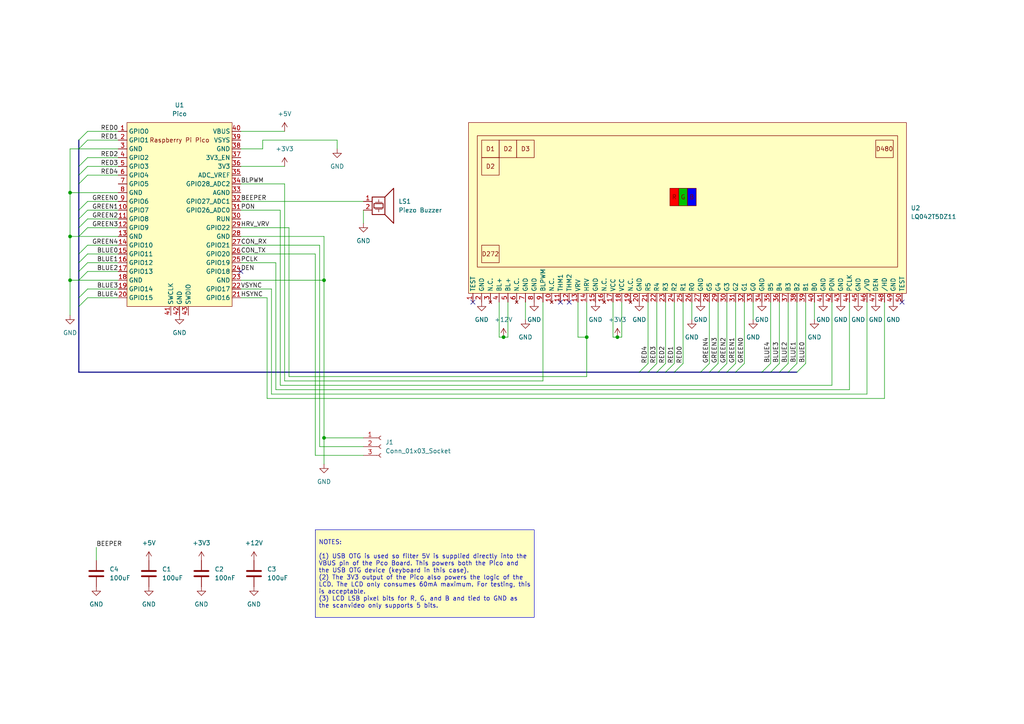
<source format=kicad_sch>
(kicad_sch (version 20230121) (generator eeschema)
  (paper "A4")
  (title_block (title "rp2040Term(inal)") (date "2024-08-09") (rev "1") (comment 1 "Breadboard Schematic") (comment 2 "480x272xRGB Pixels") (comment 3 "rp2040Term with LQ042 TFT LCD"))
  (lib_symbols
    (symbol "Connector:Conn_01x03_Socket" (pin_names (offset 1.016) hide)
      (property "Reference" "J" (at 0 5.08 0))
      (property "Value" "Conn_01x03_Socket" (at 0 -5.08 0))
      (symbol "Conn_01x03_Socket_1_1"
        (arc (start 0 -2.032) (mid -0.5058 -2.54) (end 0 -3.048) (stroke (width 0.1524)))
        (polyline (pts (xy -1.27 -2.54) (xy -0.508 -2.54)) (stroke (width 0.1524)))
        (polyline (pts (xy -1.27 0) (xy -0.508 0)) (stroke (width 0.1524)))
        (polyline (pts (xy -1.27 2.54) (xy -0.508 2.54)) (stroke (width 0.1524)))
        (arc (start 0 0.508) (mid -0.5058 0) (end 0 -0.508) (stroke (width 0.1524)))
        (arc (start 0 3.048) (mid -0.5058 2.54) (end 0 2.032) (stroke (width 0.1524)))
        (pin passive line (at -5.08 2.54 0) (length 3.81) (name "Pin_1") (number "1"))
        (pin passive line (at -5.08 0 0) (length 3.81) (name "Pin_2") (number "2"))
        (pin passive line (at -5.08 -2.54 0) (length 3.81) (name "Pin_3") (number "3"))
      )
    )
    (symbol "Device:C" (pin_numbers hide) (pin_names (offset 0.254))
      (property "Reference" "C" (at 0.635 2.54 0))
      (property "Value" "C" (at 0.635 -2.54 0))
      (symbol "C_0_1"
        (polyline (pts (xy -2.032 -0.762) (xy 2.032 -0.762)) (stroke (width 0.508)))
        (polyline (pts (xy -2.032 0.762) (xy 2.032 0.762)) (stroke (width 0.508)))
      )
      (symbol "C_1_1"
        (pin passive line (at 0 3.81 270) (length 2.794) (name "~") (number "1"))
        (pin passive line (at 0 -3.81 90) (length 2.794) (name "~") (number "2"))
      )
    )
    (symbol "Device:Speaker_Crystal" (pin_names (offset 0) hide)
      (property "Reference" "LS" (at 0.635 5.715 0))
      (property "Value" "Speaker_Crystal" (at 0.635 3.81 0))
      (symbol "Speaker_Crystal_0_0"
        (rectangle (start -2.54 1.27) (end 1.143 -3.81) (stroke (width 0.254)))
        (rectangle (start -2.032 -0.635) (end 0.635 -1.905) (stroke (width 0.254)))
        (polyline (pts (xy -1.651 -2.286) (xy 0.381 -2.286)))
        (polyline (pts (xy -1.651 -0.254) (xy 0.381 -0.254)))
        (polyline (pts (xy -0.635 -2.286) (xy -0.635 -3.048)))
        (polyline (pts (xy -0.635 -0.254) (xy -0.635 0.508)))
        (polyline (pts (xy 1.143 1.27) (xy 3.683 3.81) (xy 3.683 -6.35) (xy 1.143 -3.81)) (stroke (width 0.254)))
      )
      (symbol "Speaker_Crystal_1_1"
        (pin input line (at -5.08 0 0) (length 2.54) (name "1") (number "1"))
        (pin input line (at -5.08 -2.54 0) (length 2.54) (name "2") (number "2"))
      )
    )
    (symbol "LQ042:LQ042T5DZ11"
      (property "Reference" "U" (at 62.23 24.13 0))
      (property "Value" "LQ042T5DZ11" (at -55.88 25.4 0))
      (property "Datasheet" "https://www.mouser.com/catalog/specsheets/LQ042T5DZ11%20Specification_Final%2001_20_2011.pdf" (at 0 -15.24 0))
      (symbol "LQ042T5DZ11_0_0"
        (text_box "B" (at 1.27 3.81 0) (size 2.54 -5.08) (fill (type color) (color 0 0 255 1)) (effects (font (size 1.27 1.27))))
        (text_box "D1" (at -58.42 17.78 0) (size 5.08 -5.08) (effects (font (size 1.27 1.27))))
        (text_box "D2" (at -58.42 12.7 0) (size 5.08 -5.08) (effects (font (size 1.27 1.27))))
        (text_box "D2" (at -53.34 17.78 0) (size 5.08 -5.08) (effects (font (size 1.27 1.27))))
        (text_box "D272" (at -58.42 -12.7 0) (size 5.08 -5.08) (effects (font (size 1.27 1.27))))
        (text_box "D3" (at -48.26 17.78 0) (size 5.08 -5.08) (effects (font (size 1.27 1.27))))
        (text_box "D480" (at 55.88 17.78 0) (size 5.08 -5.08) (effects (font (size 1.27 1.27))))
        (text_box "G" (at -1.27 3.81 0) (size 2.54 -5.08) (fill (type color) (color 0 194 0 1)) (effects (font (size 1.27 1.27))))
        (text_box "R" (at -3.81 3.81 0) (size 2.54 -5.08) (fill (type color) (color 255 0 0 1)) (effects (font (size 1.27 1.27))))
      )
      (symbol "LQ042T5DZ11_1_0"
        (rectangle (start -62.23 22.86) (end 64.77 -26.67) (fill (type background)))
      )
      (symbol "LQ042T5DZ11_1_1"
        (rectangle (start -59.69 19.05) (end 62.23 -19.05))
        (pin input line (at -60.96 -29.21 90) (length 2.54) (name "TEST") (number "1"))
        (pin no_connect line (at -38.1 -29.21 90) (length 2.54) (name "N.C.") (number "10"))
        (pin passive line (at -35.56 -29.21 90) (length 2.54) (name "THM1") (number "11"))
        (pin passive line (at -33.02 -29.21 90) (length 2.54) (name "THM2") (number "12"))
        (pin input line (at -30.48 -29.21 90) (length 2.54) (name "VRV") (number "13"))
        (pin input line (at -27.94 -29.21 90) (length 2.54) (name "HRV") (number "14"))
        (pin power_in line (at -25.4 -29.21 90) (length 2.54) (name "GND") (number "15"))
        (pin no_connect line (at -22.86 -29.21 90) (length 2.54) (name "N.C.") (number "16"))
        (pin power_in line (at -20.32 -29.21 90) (length 2.54) (name "VCC") (number "17"))
        (pin power_in line (at -17.78 -29.21 90) (length 2.54) (name "VCC") (number "18"))
        (pin no_connect line (at -15.24 -29.21 90) (length 2.54) (name "N.C.") (number "19"))
        (pin power_in line (at -58.42 -29.21 90) (length 2.54) (name "GND") (number "2"))
        (pin power_in line (at -12.7 -29.21 90) (length 2.54) (name "GND") (number "20"))
        (pin input line (at -10.16 -29.21 90) (length 2.54) (name "R5") (number "21"))
        (pin input line (at -7.62 -29.21 90) (length 2.54) (name "R4") (number "22"))
        (pin input line (at -5.08 -29.21 90) (length 2.54) (name "R3") (number "23"))
        (pin input line (at -2.54 -29.21 90) (length 2.54) (name "R2") (number "24"))
        (pin input line (at 0 -29.21 90) (length 2.54) (name "R1") (number "25"))
        (pin input line (at 2.54 -29.21 90) (length 2.54) (name "R0") (number "26"))
        (pin power_in line (at 5.08 -29.21 90) (length 2.54) (name "GND") (number "27"))
        (pin input line (at 7.62 -29.21 90) (length 2.54) (name "G5") (number "28"))
        (pin input line (at 10.16 -29.21 90) (length 2.54) (name "G4") (number "29"))
        (pin no_connect line (at -55.88 -29.21 90) (length 2.54) (name "N.C.") (number "3"))
        (pin input line (at 12.7 -29.21 90) (length 2.54) (name "G3") (number "30"))
        (pin input line (at 15.24 -29.21 90) (length 2.54) (name "G2") (number "31"))
        (pin input line (at 17.78 -29.21 90) (length 2.54) (name "G1") (number "32"))
        (pin input line (at 20.32 -29.21 90) (length 2.54) (name "G0") (number "33"))
        (pin power_in line (at 22.86 -29.21 90) (length 2.54) (name "GND") (number "34"))
        (pin input line (at 25.4 -29.21 90) (length 2.54) (name "B5") (number "35"))
        (pin input line (at 27.94 -29.21 90) (length 2.54) (name "B4") (number "36"))
        (pin input line (at 30.48 -29.21 90) (length 2.54) (name "B3") (number "37"))
        (pin input line (at 33.02 -29.21 90) (length 2.54) (name "B2") (number "38"))
        (pin input line (at 35.56 -29.21 90) (length 2.54) (name "B1") (number "39"))
        (pin power_in line (at -53.34 -29.21 90) (length 2.54) (name "BL+") (number "4"))
        (pin input line (at 38.1 -29.21 90) (length 2.54) (name "B0") (number "40"))
        (pin power_in line (at 40.64 -29.21 90) (length 2.54) (name "GND") (number "41"))
        (pin input line (at 43.18 -29.21 90) (length 2.54) (name "PON") (number "42"))
        (pin power_in line (at 45.72 -29.21 90) (length 2.54) (name "GND") (number "43"))
        (pin input line (at 48.26 -29.21 90) (length 2.54) (name "PCLK") (number "44"))
        (pin power_in line (at 50.8 -29.21 90) (length 2.54) (name "GND") (number "45"))
        (pin input line (at 53.34 -29.21 90) (length 2.54) (name "/VD") (number "46"))
        (pin input line (at 55.88 -29.21 90) (length 2.54) (name "DEN") (number "47"))
        (pin input line (at 58.42 -29.21 90) (length 2.54) (name "/HD") (number "48"))
        (pin power_in line (at 60.96 -29.21 90) (length 2.54) (name "GND") (number "49"))
        (pin power_in line (at -50.8 -29.21 90) (length 2.54) (name "BL+") (number "5"))
        (pin input line (at 63.5 -29.21 90) (length 2.54) (name "TEST") (number "50"))
        (pin no_connect line (at -48.26 -29.21 90) (length 2.54) (name "N.C.") (number "6"))
        (pin power_in line (at -45.72 -29.21 90) (length 2.54) (name "GND") (number "7"))
        (pin power_in line (at -43.18 -29.21 90) (length 2.54) (name "GND") (number "8"))
        (pin input line (at -40.64 -29.21 90) (length 2.54) (name "BLPWM") (number "9"))
      )
    )
    (symbol "MCU_RaspberryPi_and_Boards:Pico"
      (property "Reference" "U" (at -13.97 27.94 0))
      (property "Value" "Pico" (at 0 19.05 0))
      (symbol "Pico_0_0"
        (text "Raspberry Pi Pico" (at 0 21.59 0) (effects (font (size 1.27 1.27))))
      )
      (symbol "Pico_0_1"
        (rectangle (start -15.24 26.67) (end 15.24 -26.67) (fill (type background)))
      )
      (symbol "Pico_1_1"
        (pin bidirectional line (at -17.78 24.13 0) (length 2.54) (name "GPIO0") (number "1"))
        (pin bidirectional line (at -17.78 1.27 0) (length 2.54) (name "GPIO7") (number "10"))
        (pin bidirectional line (at -17.78 -1.27 0) (length 2.54) (name "GPIO8") (number "11"))
        (pin bidirectional line (at -17.78 -3.81 0) (length 2.54) (name "GPIO9") (number "12"))
        (pin power_in line (at -17.78 -6.35 0) (length 2.54) (name "GND") (number "13"))
        (pin bidirectional line (at -17.78 -8.89 0) (length 2.54) (name "GPIO10") (number "14"))
        (pin bidirectional line (at -17.78 -11.43 0) (length 2.54) (name "GPIO11") (number "15"))
        (pin bidirectional line (at -17.78 -13.97 0) (length 2.54) (name "GPIO12") (number "16"))
        (pin bidirectional line (at -17.78 -16.51 0) (length 2.54) (name "GPIO13") (number "17"))
        (pin power_in line (at -17.78 -19.05 0) (length 2.54) (name "GND") (number "18"))
        (pin bidirectional line (at -17.78 -21.59 0) (length 2.54) (name "GPIO14") (number "19"))
        (pin bidirectional line (at -17.78 21.59 0) (length 2.54) (name "GPIO1") (number "2"))
        (pin bidirectional line (at -17.78 -24.13 0) (length 2.54) (name "GPIO15") (number "20"))
        (pin bidirectional line (at 17.78 -24.13 180) (length 2.54) (name "GPIO16") (number "21"))
        (pin bidirectional line (at 17.78 -21.59 180) (length 2.54) (name "GPIO17") (number "22"))
        (pin power_in line (at 17.78 -19.05 180) (length 2.54) (name "GND") (number "23"))
        (pin bidirectional line (at 17.78 -16.51 180) (length 2.54) (name "GPIO18") (number "24"))
        (pin bidirectional line (at 17.78 -13.97 180) (length 2.54) (name "GPIO19") (number "25"))
        (pin bidirectional line (at 17.78 -11.43 180) (length 2.54) (name "GPIO20") (number "26"))
        (pin bidirectional line (at 17.78 -8.89 180) (length 2.54) (name "GPIO21") (number "27"))
        (pin power_in line (at 17.78 -6.35 180) (length 2.54) (name "GND") (number "28"))
        (pin bidirectional line (at 17.78 -3.81 180) (length 2.54) (name "GPIO22") (number "29"))
        (pin power_in line (at -17.78 19.05 0) (length 2.54) (name "GND") (number "3"))
        (pin input line (at 17.78 -1.27 180) (length 2.54) (name "RUN") (number "30"))
        (pin bidirectional line (at 17.78 1.27 180) (length 2.54) (name "GPIO26_ADC0") (number "31"))
        (pin bidirectional line (at 17.78 3.81 180) (length 2.54) (name "GPIO27_ADC1") (number "32"))
        (pin power_in line (at 17.78 6.35 180) (length 2.54) (name "AGND") (number "33"))
        (pin bidirectional line (at 17.78 8.89 180) (length 2.54) (name "GPIO28_ADC2") (number "34"))
        (pin power_in line (at 17.78 11.43 180) (length 2.54) (name "ADC_VREF") (number "35"))
        (pin power_in line (at 17.78 13.97 180) (length 2.54) (name "3V3") (number "36"))
        (pin input line (at 17.78 16.51 180) (length 2.54) (name "3V3_EN") (number "37"))
        (pin bidirectional line (at 17.78 19.05 180) (length 2.54) (name "GND") (number "38"))
        (pin power_in line (at 17.78 21.59 180) (length 2.54) (name "VSYS") (number "39"))
        (pin bidirectional line (at -17.78 16.51 0) (length 2.54) (name "GPIO2") (number "4"))
        (pin power_in line (at 17.78 24.13 180) (length 2.54) (name "VBUS") (number "40"))
        (pin input line (at -2.54 -29.21 90) (length 2.54) (name "SWCLK") (number "41"))
        (pin power_in line (at 0 -29.21 90) (length 2.54) (name "GND") (number "42"))
        (pin bidirectional line (at 2.54 -29.21 90) (length 2.54) (name "SWDIO") (number "43"))
        (pin bidirectional line (at -17.78 13.97 0) (length 2.54) (name "GPIO3") (number "5"))
        (pin bidirectional line (at -17.78 11.43 0) (length 2.54) (name "GPIO4") (number "6"))
        (pin bidirectional line (at -17.78 8.89 0) (length 2.54) (name "GPIO5") (number "7"))
        (pin power_in line (at -17.78 6.35 0) (length 2.54) (name "GND") (number "8"))
        (pin bidirectional line (at -17.78 3.81 0) (length 2.54) (name "GPIO6") (number "9"))
      )
    )
    (symbol "power:+12V" (power) (pin_names (offset 0))
      (property "Value" "+12V" (at 0 3.556 0))
      (symbol "+12V_0_1"
        (polyline (pts (xy -0.762 1.27) (xy 0 2.54)))
        (polyline (pts (xy 0 0) (xy 0 2.54)))
        (polyline (pts (xy 0 2.54) (xy 0.762 1.27)))
      )
      (symbol "+12V_1_1"
        (pin power_in line (at 0 0 90) (length 0) hide (name "+12V") (number "1"))
      )
    )
    (symbol "power:+3V3" (power) (pin_names (offset 0))
      (property "Value" "+3V3" (at 0 3.556 0))
      (symbol "+3V3_0_1"
        (polyline (pts (xy -0.762 1.27) (xy 0 2.54)))
        (polyline (pts (xy 0 0) (xy 0 2.54)))
        (polyline (pts (xy 0 2.54) (xy 0.762 1.27)))
      )
      (symbol "+3V3_1_1"
        (pin power_in line (at 0 0 90) (length 0) hide (name "+3V3") (number "1"))
      )
    )
    (symbol "power:+5V" (power) (pin_names (offset 0))
      (property "Value" "+5V" (at 0 3.556 0))
      (symbol "+5V_0_1"
        (polyline (pts (xy -0.762 1.27) (xy 0 2.54)))
        (polyline (pts (xy 0 0) (xy 0 2.54)))
        (polyline (pts (xy 0 2.54) (xy 0.762 1.27)))
      )
      (symbol "+5V_1_1"
        (pin power_in line (at 0 0 90) (length 0) hide (name "+5V") (number "1"))
      )
    )
    (symbol "power:GND" (power) (pin_names (offset 0))
      (property "Value" "GND" (at 0 -3.81 0))
      (symbol "GND_0_1"
        (polyline (pts (xy 0 0) (xy 0 -1.27) (xy 1.27 -1.27) (xy 0 -2.54) (xy -1.27 -1.27) (xy 0 -1.27)))
      )
      (symbol "GND_1_1"
        (pin power_in line (at 0 0 270) (length 0) hide (name "GND") (number "1"))
      )
    )
  )
  (junction (at 20.32 68.58))
  (junction (at 146.05 97.79))
  (junction (at 179.07 97.79))
  (junction (at 20.32 55.88))
  (junction (at 93.98 81.28))
  (junction (at 20.32 81.28))
  (junction (at 170.18 97.79))
  (junction (at 93.98 127))
  (no_connect (at 137.16 87.63))
  (no_connect (at 69.85 78.74))
  (no_connect (at 162.56 87.63))
  (no_connect (at 165.1 87.63))
  (no_connect (at 261.62 87.63))
  (bus_entry (at 25.4 66.04) (size -2.54 2.54))
  (bus_entry (at 25.4 60.96) (size -2.54 2.54))
  (bus_entry (at 228.6 105.41) (size -2.54 2.54))
  (bus_entry (at 195.58 105.41) (size -2.54 2.54))
  (bus_entry (at 25.4 48.26) (size -2.54 2.54))
  (bus_entry (at 226.06 105.41) (size -2.54 2.54))
  (bus_entry (at 193.04 105.41) (size -2.54 2.54))
  (bus_entry (at 25.4 71.12) (size -2.54 2.54))
  (bus_entry (at 215.9 105.41) (size -2.54 2.54))
  (bus_entry (at 25.4 63.5) (size -2.54 2.54))
  (bus_entry (at 25.4 40.64) (size -2.54 2.54))
  (bus_entry (at 223.52 105.41) (size -2.54 2.54))
  (bus_entry (at 25.4 45.72) (size -2.54 2.54))
  (bus_entry (at 231.14 105.41) (size -2.54 2.54))
  (bus_entry (at 25.4 83.82) (size -2.54 2.54))
  (bus_entry (at 25.4 58.42) (size -2.54 2.54))
  (bus_entry (at 205.74 105.41) (size -2.54 2.54))
  (bus_entry (at 198.12 105.41) (size -2.54 2.54))
  (bus_entry (at 25.4 73.66) (size -2.54 2.54))
  (bus_entry (at 25.4 76.2) (size -2.54 2.54))
  (bus_entry (at 187.96 105.41) (size -2.54 2.54))
  (bus_entry (at 25.4 86.36) (size -2.54 2.54))
  (bus_entry (at 25.4 50.8) (size -2.54 2.54))
  (bus_entry (at 190.5 105.41) (size -2.54 2.54))
  (bus_entry (at 233.68 105.41) (size -2.54 2.54))
  (bus_entry (at 213.36 105.41) (size -2.54 2.54))
  (bus_entry (at 25.4 78.74) (size -2.54 2.54))
  (bus_entry (at 210.82 105.41) (size -2.54 2.54))
  (bus_entry (at 25.4 38.1) (size -2.54 2.54))
  (bus_entry (at 208.28 105.41) (size -2.54 2.54))
  (wire (pts (xy 170.18 87.63) (xy 170.18 97.79)))
  (wire (pts (xy 91.44 73.66) (xy 91.44 132.08)))
  (wire (pts (xy 208.28 87.63) (xy 208.28 105.41)))
  (wire (pts (xy 256.54 87.63) (xy 256.54 115.57)))
  (bus (pts (xy 22.86 73.66) (xy 22.86 76.2)))
  (wire (pts (xy 69.85 38.1) (xy 82.55 38.1)))
  (wire (pts (xy 76.2 43.18) (xy 76.2 40.64)))
  (wire (pts (xy 77.47 86.36) (xy 77.47 115.57)))
  (wire (pts (xy 20.32 81.28) (xy 20.32 91.44)))
  (wire (pts (xy 179.07 97.79) (xy 177.8 97.79)))
  (wire (pts (xy 77.47 115.57) (xy 256.54 115.57)))
  (wire (pts (xy 69.85 71.12) (xy 92.71 71.12)))
  (wire (pts (xy 25.4 48.26) (xy 34.29 48.26)))
  (bus (pts (xy 22.86 107.95) (xy 185.42 107.95)))
  (wire (pts (xy 69.85 48.26) (xy 82.55 48.26)))
  (wire (pts (xy 78.74 83.82) (xy 78.74 114.3)))
  (wire (pts (xy 25.4 76.2) (xy 34.29 76.2)))
  (wire (pts (xy 179.07 97.79) (xy 180.34 97.79)))
  (bus (pts (xy 22.86 50.8) (xy 22.86 53.34)))
  (bus (pts (xy 22.86 60.96) (xy 22.86 63.5)))
  (bus (pts (xy 210.82 107.95) (xy 213.36 107.95)))
  (wire (pts (xy 82.55 53.34) (xy 82.55 110.49)))
  (wire (pts (xy 80.01 76.2) (xy 80.01 113.03)))
  (wire (pts (xy 233.68 87.63) (xy 233.68 105.41)))
  (wire (pts (xy 20.32 55.88) (xy 34.29 55.88)))
  (wire (pts (xy 105.41 60.96) (xy 105.41 64.77)))
  (wire (pts (xy 241.3 87.63) (xy 241.3 111.76)))
  (bus (pts (xy 22.86 86.36) (xy 22.86 88.9)))
  (wire (pts (xy 69.85 43.18) (xy 76.2 43.18)))
  (wire (pts (xy 25.4 45.72) (xy 34.29 45.72)))
  (wire (pts (xy 93.98 127) (xy 93.98 134.62)))
  (wire (pts (xy 93.98 81.28) (xy 93.98 127)))
  (wire (pts (xy 226.06 87.63) (xy 226.06 105.41)))
  (bus (pts (xy 185.42 107.95) (xy 187.96 107.95)))
  (wire (pts (xy 22.86 68.58) (xy 34.29 68.58)))
  (wire (pts (xy 167.64 97.79) (xy 170.18 97.79)))
  (bus (pts (xy 187.96 107.95) (xy 190.5 107.95)))
  (wire (pts (xy 78.74 114.3) (xy 251.46 114.3)))
  (bus (pts (xy 22.86 66.04) (xy 22.86 68.58)))
  (wire (pts (xy 82.55 110.49) (xy 157.48 110.49)))
  (wire (pts (xy 92.71 129.54) (xy 105.41 129.54)))
  (wire (pts (xy 157.48 87.63) (xy 157.48 110.49)))
  (wire (pts (xy 77.47 86.36) (xy 69.85 86.36)))
  (wire (pts (xy 81.28 60.96) (xy 69.85 60.96)))
  (bus (pts (xy 22.86 48.26) (xy 22.86 50.8)))
  (wire (pts (xy 251.46 87.63) (xy 251.46 114.3)))
  (wire (pts (xy 228.6 87.63) (xy 228.6 105.41)))
  (wire (pts (xy 187.96 87.63) (xy 187.96 105.41)))
  (wire (pts (xy 152.4 87.63) (xy 152.4 92.71)))
  (wire (pts (xy 147.32 97.79) (xy 147.32 87.63)))
  (bus (pts (xy 22.86 68.58) (xy 22.86 73.66)))
  (wire (pts (xy 80.01 76.2) (xy 69.85 76.2)))
  (wire (pts (xy 195.58 87.63) (xy 195.58 105.41)))
  (wire (pts (xy 83.82 109.22) (xy 170.18 109.22)))
  (wire (pts (xy 91.44 132.08) (xy 105.41 132.08)))
  (bus (pts (xy 22.86 76.2) (xy 22.86 78.74)))
  (wire (pts (xy 25.4 38.1) (xy 34.29 38.1)))
  (wire (pts (xy 200.66 87.63) (xy 200.66 92.71)))
  (wire (pts (xy 25.4 60.96) (xy 34.29 60.96)))
  (wire (pts (xy 25.4 40.64) (xy 34.29 40.64)))
  (wire (pts (xy 146.05 97.79) (xy 147.32 97.79)))
  (wire (pts (xy 76.2 40.64) (xy 97.79 40.64)))
  (bus (pts (xy 223.52 107.95) (xy 226.06 107.95)))
  (bus (pts (xy 22.86 53.34) (xy 22.86 60.96)))
  (wire (pts (xy 223.52 87.63) (xy 223.52 105.41)))
  (wire (pts (xy 25.4 86.36) (xy 34.29 86.36)))
  (wire (pts (xy 69.85 58.42) (xy 105.41 58.42)))
  (wire (pts (xy 93.98 127) (xy 105.41 127)))
  (wire (pts (xy 69.85 81.28) (xy 93.98 81.28)))
  (bus (pts (xy 208.28 107.95) (xy 210.82 107.95)))
  (wire (pts (xy 25.4 58.42) (xy 34.29 58.42)))
  (wire (pts (xy 198.12 87.63) (xy 198.12 105.41)))
  (wire (pts (xy 205.74 87.63) (xy 205.74 105.41)))
  (bus (pts (xy 190.5 107.95) (xy 193.04 107.95)))
  (wire (pts (xy 22.86 81.28) (xy 34.29 81.28)))
  (wire (pts (xy 20.32 43.18) (xy 20.32 55.88)))
  (wire (pts (xy 231.14 87.63) (xy 231.14 105.41)))
  (wire (pts (xy 146.05 97.79) (xy 144.78 97.79)))
  (wire (pts (xy 25.4 78.74) (xy 34.29 78.74)))
  (bus (pts (xy 22.86 63.5) (xy 22.86 66.04)))
  (bus (pts (xy 213.36 107.95) (xy 220.98 107.95)))
  (wire (pts (xy 25.4 50.8) (xy 34.29 50.8)))
  (wire (pts (xy 69.85 73.66) (xy 91.44 73.66)))
  (wire (pts (xy 22.86 43.18) (xy 20.32 43.18)))
  (wire (pts (xy 213.36 87.63) (xy 213.36 105.41)))
  (wire (pts (xy 97.79 40.64) (xy 97.79 43.18)))
  (wire (pts (xy 210.82 87.63) (xy 210.82 105.41)))
  (wire (pts (xy 193.04 87.63) (xy 193.04 105.41)))
  (wire (pts (xy 170.18 97.79) (xy 170.18 109.22)))
  (bus (pts (xy 228.6 107.95) (xy 231.14 107.95)))
  (wire (pts (xy 190.5 87.63) (xy 190.5 105.41)))
  (wire (pts (xy 81.28 60.96) (xy 81.28 111.76)))
  (wire (pts (xy 22.86 43.18) (xy 34.29 43.18)))
  (wire (pts (xy 25.4 73.66) (xy 34.29 73.66)))
  (wire (pts (xy 93.98 68.58) (xy 93.98 81.28)))
  (wire (pts (xy 180.34 97.79) (xy 180.34 87.63)))
  (bus (pts (xy 22.86 78.74) (xy 22.86 81.28)))
  (wire (pts (xy 246.38 87.63) (xy 246.38 113.03)))
  (wire (pts (xy 83.82 109.22) (xy 83.82 66.04)))
  (wire (pts (xy 167.64 87.63) (xy 167.64 97.79)))
  (bus (pts (xy 22.86 81.28) (xy 22.86 86.36)))
  (wire (pts (xy 20.32 68.58) (xy 22.86 68.58)))
  (bus (pts (xy 205.74 107.95) (xy 208.28 107.95)))
  (bus (pts (xy 193.04 107.95) (xy 195.58 107.95)))
  (bus (pts (xy 22.86 40.64) (xy 22.86 43.18)))
  (wire (pts (xy 215.9 87.63) (xy 215.9 105.41)))
  (bus (pts (xy 195.58 107.95) (xy 203.2 107.95)))
  (wire (pts (xy 144.78 97.79) (xy 144.78 87.63)))
  (wire (pts (xy 82.55 53.34) (xy 69.85 53.34)))
  (wire (pts (xy 218.44 87.63) (xy 218.44 92.71)))
  (wire (pts (xy 177.8 97.79) (xy 177.8 87.63)))
  (wire (pts (xy 20.32 55.88) (xy 20.32 68.58)))
  (wire (pts (xy 81.28 111.76) (xy 241.3 111.76)))
  (wire (pts (xy 20.32 68.58) (xy 20.32 81.28)))
  (wire (pts (xy 25.4 71.12) (xy 34.29 71.12)))
  (bus (pts (xy 220.98 107.95) (xy 223.52 107.95)))
  (wire (pts (xy 25.4 83.82) (xy 34.29 83.82)))
  (wire (pts (xy 78.74 83.82) (xy 69.85 83.82)))
  (wire (pts (xy 25.4 63.5) (xy 34.29 63.5)))
  (bus (pts (xy 203.2 107.95) (xy 205.74 107.95)))
  (wire (pts (xy 25.4 66.04) (xy 34.29 66.04)))
  (wire (pts (xy 92.71 71.12) (xy 92.71 129.54)))
  (wire (pts (xy 236.22 87.63) (xy 236.22 92.71)))
  (bus (pts (xy 22.86 88.9) (xy 22.86 107.95)))
  (wire (pts (xy 83.82 66.04) (xy 69.85 66.04)))
  (bus (pts (xy 226.06 107.95) (xy 228.6 107.95)))
  (bus (pts (xy 22.86 43.18) (xy 22.86 48.26)))
  (wire (pts (xy 27.94 158.75) (xy 27.94 162.56)))
  (wire (pts (xy 20.32 81.28) (xy 22.86 81.28)))
  (wire (pts (xy 80.01 113.03) (xy 246.38 113.03)))
  (wire (pts (xy 69.85 68.58) (xy 93.98 68.58)))
  (text_box "NOTES:\n\n(1) USB OTG is used so filter 5V is supplied directly into the VBUS pin of the Pco Board. This powers both the Pico and the USB OTG device (keyboard in this case).\n(2) The 3V3 output of the Pico also powers the logic of the LCD. The LCD only consumes 60mA maximum. For testing, this is acceptable.\n(3) LCD LSB pixel bits for R, G, and B and tied to GND as the scanvideo only supports 5 bits." (at 91.44 153.67 0) (size 63.5 25.4) (fill (type color) (color 255 255 194 1)) (effects (font (size 1.27 1.27)) (justify left)))
  (label "VSYNC" (at 69.85 83.82 0))
  (label "BLUE4" (at 34.29 86.36 180))
  (label "GREEN1" (at 213.36 97.79 270))
  (label "BLUE1" (at 34.29 76.2 180))
  (label "GREEN4" (at 205.74 97.79 270))
  (label "GREEN3" (at 208.28 97.79 270))
  (label "GREEN3" (at 34.29 66.04 180))
  (label "GREEN0" (at 34.29 58.42 180))
  (label "HRV_VRV" (at 69.85 66.04 0))
  (label "RED3" (at 190.5 100.33 270))
  (label "GREEN4" (at 34.29 71.12 180))
  (label "PON" (at 69.85 60.96 0))
  (label "BLUE4" (at 223.52 99.06 270))
  (label "BEEPER" (at 69.85 58.42 0))
  (label "CON_RX" (at 69.85 71.12 0))
  (label "RED1" (at 195.58 100.33 270))
  (label "PCLK" (at 69.85 76.2 0))
  (label "BLPWM" (at 69.85 53.34 0))
  (label "RED0" (at 198.12 100.33 270))
  (label "BLUE0" (at 34.29 73.66 180))
  (label "BEEPER" (at 27.94 158.75 0))
  (label "GREEN0" (at 215.9 97.79 270))
  (label "GREEN2" (at 210.82 97.79 270))
  (label "BLUE3" (at 226.06 99.06 270))
  (label "BLUE2" (at 34.29 78.74 180))
  (label "RED0" (at 34.29 38.1 180))
  (label "BLUE0" (at 233.68 99.06 270))
  (label "RED4" (at 34.29 50.8 180))
  (label "RED2" (at 34.29 45.72 180))
  (label "GREEN1" (at 34.29 60.96 180))
  (label "BLUE2" (at 228.6 99.06 270))
  (label "BLUE1" (at 231.14 99.008 270))
  (label "RED2" (at 193.04 100.33 270))
  (label "RED3" (at 34.29 48.26 180))
  (label "BLUE3" (at 34.29 83.82 180))
  (label "CON_TX" (at 69.85 73.66 0))
  (label "GREEN2" (at 34.29 63.5 180))
  (label "RED1" (at 34.29 40.64 180))
  (label "HSYNC" (at 69.85 86.36 0))
  (label "RED4" (at 187.96 100.33 270))
  (label "DEN" (at 69.85 78.74 0))
  (symbol (lib_id "power:+5V") (at 43.18 162.56 0) (unit 1)
    (property "Reference" "#PWR024" (effects hide))
    (property "Value" "+5V" (at 43.18 157.48 0))
  )
  (symbol (lib_id "power:GND") (at 259.08 87.63 0) (unit 1)
    (property "Reference" "#PWR011" (effects hide))
    (property "Value" "GND" (at 259.08 92.71 0))
  )
  (symbol (lib_id "power:GND") (at 152.4 92.71 0) (unit 1)
    (property "Reference" "#PWR02" (effects hide))
    (property "Value" "GND" (at 152.4 97.79 0))
  )
  (symbol (lib_id "power:+5V") (at 82.55 38.1 0) (unit 1)
    (property "Reference" "#PWR023" (effects hide))
    (property "Value" "+5V" (at 82.55 33.02 0))
  )
  (symbol (lib_id "power:GND") (at 20.32 91.44 0) (unit 1)
    (property "Reference" "#PWR019" (effects hide))
    (property "Value" "GND" (at 20.32 96.52 0))
  )
  (symbol (lib_id "power:GND") (at 73.66 170.18 0) (unit 1)
    (property "Reference" "#PWR026" (effects hide))
    (property "Value" "GND" (at 73.66 175.26 0))
  )
  (symbol (lib_id "power:GND") (at 200.66 92.71 0) (unit 1)
    (property "Reference" "#PWR012" (effects hide))
    (property "Value" "GND" (at 200.66 97.79 0))
  )
  (symbol (lib_id "power:GND") (at 97.79 43.18 0) (unit 1)
    (property "Reference" "#PWR022" (effects hide))
    (property "Value" "GND" (at 97.79 48.26 0))
  )
  (symbol (lib_id "power:GND") (at 254 87.63 0) (unit 1)
    (property "Reference" "#PWR017" (effects hide))
    (property "Value" "GND" (at 254 92.71 0))
  )
  (symbol (lib_id "Device:C") (at 73.66 166.37 0) (unit 1)
    (property "Reference" "C3" (at 77.47 165.1 0) (effects (justify left)))
    (property "Value" "100uF" (at 77.47 167.64 0) (effects (justify left)))
  )
  (symbol (lib_id "power:GND") (at 172.72 87.63 0) (unit 1)
    (property "Reference" "#PWR04" (effects hide))
    (property "Value" "GND" (at 172.72 92.71 0))
  )
  (symbol (lib_id "power:GND") (at 139.7 87.63 0) (unit 1)
    (property "Reference" "#PWR01" (effects hide))
    (property "Value" "GND" (at 139.7 92.71 0))
  )
  (symbol (lib_id "power:GND") (at 27.94 170.18 0) (unit 1)
    (property "Reference" "#PWR031" (effects hide))
    (property "Value" "GND" (at 27.94 175.26 0))
  )
  (symbol (lib_id "power:GND") (at 93.98 134.62 0) (unit 1)
    (property "Reference" "#PWR029" (effects hide))
    (property "Value" "GND" (at 93.98 139.7 0))
  )
  (symbol (lib_id "MCU_RaspberryPi_and_Boards:Pico") (at 52.07 62.23 0) (unit 1)
    (property "Reference" "U1" (at 52.07 30.48 0))
    (property "Value" "Pico" (at 52.07 33.02 0))
    (property "Footprint" "RPi_Pico:RPi_Pico_SMD_TH" (effects hide))
  )
  (symbol (lib_id "LQ042:LQ042T5DZ11") (at 198.12 58.42 0) (unit 1)
    (property "Reference" "U2" (at 264.16 60.325 0) (effects (justify left)))
    (property "Value" "LQ042T5DZ11" (at 264.16 62.865 0) (effects (justify left)))
    (property "Datasheet" "https://www.mouser.com/catalog/specsheets/LQ042T5DZ11%20Specification_Final%2001_20_2011.pdf" (effects hide))
  )
  (symbol (lib_id "power:GND") (at 52.07 91.44 0) (unit 1)
    (property "Reference" "#PWR018" (effects hide))
    (property "Value" "GND" (at 52.07 96.52 0))
  )
  (symbol (lib_id "power:+3V3") (at 82.55 48.26 0) (unit 1)
    (property "Reference" "#PWR021" (effects hide))
    (property "Value" "+3V3" (at 82.55 43.18 0))
  )
  (symbol (lib_id "power:GND") (at 185.42 87.63 0) (unit 1)
    (property "Reference" "#PWR05" (effects hide))
    (property "Value" "GND" (at 185.42 92.71 0))
  )
  (symbol (lib_id "power:GND") (at 58.42 170.18 0) (unit 1)
    (property "Reference" "#PWR027" (effects hide))
    (property "Value" "GND" (at 58.42 175.26 0))
  )
  (symbol (lib_id "power:GND") (at 248.92 87.63 0) (unit 1)
    (property "Reference" "#PWR010" (effects hide))
    (property "Value" "GND" (at 248.92 92.71 0))
  )
  (symbol (lib_id "power:+12V") (at 73.66 162.56 0) (unit 1)
    (property "Reference" "#PWR020" (effects hide))
    (property "Value" "+12V" (at 73.66 157.48 0))
  )
  (symbol (lib_id "power:+12V") (at 146.05 97.79 0) (unit 1)
    (property "Reference" "#PWR016" (effects hide))
    (property "Value" "+12V" (at 146.05 92.71 0))
  )
  (symbol (lib_id "Device:C") (at 58.42 166.37 0) (unit 1)
    (property "Reference" "C2" (at 62.23 165.1 0) (effects (justify left)))
    (property "Value" "100nF" (at 62.23 167.64 0) (effects (justify left)))
  )
  (symbol (lib_id "Connector:Conn_01x03_Socket") (at 110.49 129.54 0) (unit 1)
    (property "Reference" "J1" (at 111.76 128.27 0) (effects (justify left)))
    (property "Value" "Conn_01x03_Socket" (at 111.76 130.81 0) (effects (justify left)))
  )
  (symbol (lib_id "power:GND") (at 154.94 87.63 0) (unit 1)
    (property "Reference" "#PWR03" (effects hide))
    (property "Value" "GND" (at 154.94 92.71 0))
  )
  (symbol (lib_id "Device:C") (at 43.18 166.37 0) (unit 1)
    (property "Reference" "C1" (at 46.99 165.1 0) (effects (justify left)))
    (property "Value" "100uF" (at 46.99 167.64 0) (effects (justify left)))
  )
  (symbol (lib_id "Device:Speaker_Crystal") (at 110.49 58.42 0) (unit 1)
    (property "Reference" "LS1" (at 115.57 58.42 0) (effects (justify left)))
    (property "Value" "Piezo Buzzer" (at 115.57 60.96 0) (effects (justify left)))
  )
  (symbol (lib_id "power:+3V3") (at 179.07 97.79 0) (unit 1)
    (property "Reference" "#PWR015" (effects hide))
    (property "Value" "+3V3" (at 179.07 92.71 0))
  )
  (symbol (lib_id "power:GND") (at 43.18 170.18 0) (unit 1)
    (property "Reference" "#PWR025" (effects hide))
    (property "Value" "GND" (at 43.18 175.26 0))
  )
  (symbol (lib_id "power:GND") (at 105.41 64.77 0) (unit 1)
    (property "Reference" "#PWR030" (effects hide))
    (property "Value" "GND" (at 105.41 69.85 0))
  )
  (symbol (lib_id "Device:C") (at 27.94 166.37 0) (unit 1)
    (property "Reference" "C4" (at 31.75 165.1 0) (effects (justify left)))
    (property "Value" "100uF" (at 31.75 167.64 0) (effects (justify left)))
  )
  (symbol (lib_id "power:GND") (at 236.22 92.71 0) (unit 1)
    (property "Reference" "#PWR014" (effects hide))
    (property "Value" "GND" (at 236.22 97.79 0))
  )
  (symbol (lib_id "power:GND") (at 243.84 87.63 0) (unit 1)
    (property "Reference" "#PWR09" (effects hide))
    (property "Value" "GND" (at 243.84 92.71 0))
  )
  (symbol (lib_id "power:GND") (at 220.98 87.63 0) (unit 1)
    (property "Reference" "#PWR07" (effects hide))
    (property "Value" "GND" (at 220.98 92.71 0))
  )
  (symbol (lib_id "power:+3V3") (at 58.42 162.56 0) (unit 1)
    (property "Reference" "#PWR028" (effects hide))
    (property "Value" "+3V3" (at 58.42 157.48 0))
  )
  (symbol (lib_id "power:GND") (at 238.76 87.63 0) (unit 1)
    (property "Reference" "#PWR08" (effects hide))
    (property "Value" "GND" (at 238.76 92.71 0))
  )
  (symbol (lib_id "power:GND") (at 203.2 87.63 0) (unit 1)
    (property "Reference" "#PWR06" (effects hide))
    (property "Value" "GND" (at 203.2 92.71 0))
  )
  (symbol (lib_id "power:GND") (at 218.44 92.71 0) (unit 1)
    (property "Reference" "#PWR013" (effects hide))
    (property "Value" "GND" (at 218.44 97.79 0))
  )
)
</source>
